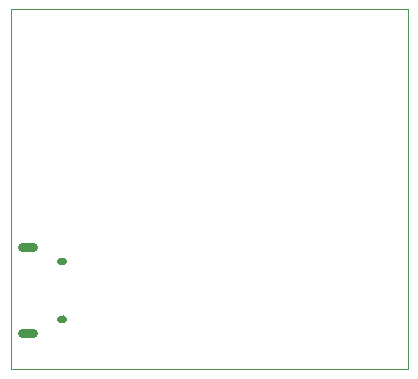
<source format=gbr>
G04 #@! TF.FileFunction,Profile,NP*
%FSLAX46Y46*%
G04 Gerber Fmt 4.6, Leading zero omitted, Abs format (unit mm)*
G04 Created by KiCad (PCBNEW (after 2015-mar-04 BZR unknown)-product) date 8/7/2018 2:13:47 PM*
%MOMM*%
G01*
G04 APERTURE LIST*
%ADD10C,0.100000*%
%ADD11C,0.625000*%
%ADD12C,0.750000*%
G04 APERTURE END LIST*
D10*
D11*
X4190000Y-21320000D02*
X4410000Y-21320000D01*
D10*
X4460000Y-25860000D02*
X4460000Y-25870000D01*
X4480000Y-26160000D02*
X4480000Y-26170000D01*
D11*
X4190000Y-26180000D02*
X4410000Y-26180000D01*
D12*
X960000Y-20140000D02*
X1860000Y-20140000D01*
X970000Y-27360000D02*
X1870000Y-27360000D01*
D10*
X0Y0D02*
X33655000Y0D01*
X0Y-30480000D02*
X0Y0D01*
X33655000Y-30480000D02*
X0Y-30480000D01*
X33655000Y0D02*
X33655000Y-30480000D01*
M02*

</source>
